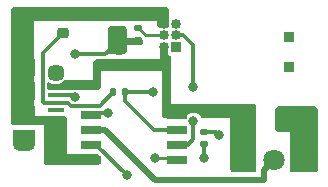
<source format=gtl>
G04 #@! TF.GenerationSoftware,KiCad,Pcbnew,7.0.6*
G04 #@! TF.CreationDate,2023-11-30T23:44:17-05:00*
G04 #@! TF.ProjectId,Interruptor,496e7465-7272-4757-9074-6f722e6b6963,1.0*
G04 #@! TF.SameCoordinates,Original*
G04 #@! TF.FileFunction,Copper,L1,Top*
G04 #@! TF.FilePolarity,Positive*
%FSLAX46Y46*%
G04 Gerber Fmt 4.6, Leading zero omitted, Abs format (unit mm)*
G04 Created by KiCad (PCBNEW 7.0.6) date 2023-11-30 23:44:17*
%MOMM*%
%LPD*%
G01*
G04 APERTURE LIST*
G04 Aperture macros list*
%AMRoundRect*
0 Rectangle with rounded corners*
0 $1 Rounding radius*
0 $2 $3 $4 $5 $6 $7 $8 $9 X,Y pos of 4 corners*
0 Add a 4 corners polygon primitive as box body*
4,1,4,$2,$3,$4,$5,$6,$7,$8,$9,$2,$3,0*
0 Add four circle primitives for the rounded corners*
1,1,$1+$1,$2,$3*
1,1,$1+$1,$4,$5*
1,1,$1+$1,$6,$7*
1,1,$1+$1,$8,$9*
0 Add four rect primitives between the rounded corners*
20,1,$1+$1,$2,$3,$4,$5,0*
20,1,$1+$1,$4,$5,$6,$7,0*
20,1,$1+$1,$6,$7,$8,$9,0*
20,1,$1+$1,$8,$9,$2,$3,0*%
G04 Aperture macros list end*
G04 #@! TA.AperFunction,SMDPad,CuDef*
%ADD10R,1.350000X0.400000*%
G04 #@! TD*
G04 #@! TA.AperFunction,ComponentPad*
%ADD11O,1.900000X1.200000*%
G04 #@! TD*
G04 #@! TA.AperFunction,SMDPad,CuDef*
%ADD12R,1.900000X1.200000*%
G04 #@! TD*
G04 #@! TA.AperFunction,ComponentPad*
%ADD13C,1.450000*%
G04 #@! TD*
G04 #@! TA.AperFunction,SMDPad,CuDef*
%ADD14R,1.900000X1.500000*%
G04 #@! TD*
G04 #@! TA.AperFunction,ComponentPad*
%ADD15R,0.900000X0.900000*%
G04 #@! TD*
G04 #@! TA.AperFunction,SMDPad,CuDef*
%ADD16RoundRect,0.250000X-0.325000X-0.650000X0.325000X-0.650000X0.325000X0.650000X-0.325000X0.650000X0*%
G04 #@! TD*
G04 #@! TA.AperFunction,SMDPad,CuDef*
%ADD17RoundRect,0.135000X-0.185000X0.135000X-0.185000X-0.135000X0.185000X-0.135000X0.185000X0.135000X0*%
G04 #@! TD*
G04 #@! TA.AperFunction,SMDPad,CuDef*
%ADD18RoundRect,0.218750X0.256250X-0.218750X0.256250X0.218750X-0.256250X0.218750X-0.256250X-0.218750X0*%
G04 #@! TD*
G04 #@! TA.AperFunction,SMDPad,CuDef*
%ADD19RoundRect,0.135000X0.185000X-0.135000X0.185000X0.135000X-0.185000X0.135000X-0.185000X-0.135000X0*%
G04 #@! TD*
G04 #@! TA.AperFunction,SMDPad,CuDef*
%ADD20R,1.700000X0.650000*%
G04 #@! TD*
G04 #@! TA.AperFunction,ComponentPad*
%ADD21R,0.850000X0.850000*%
G04 #@! TD*
G04 #@! TA.AperFunction,ComponentPad*
%ADD22O,0.850000X0.850000*%
G04 #@! TD*
G04 #@! TA.AperFunction,SMDPad,CuDef*
%ADD23RoundRect,0.135000X-0.135000X-0.185000X0.135000X-0.185000X0.135000X0.185000X-0.135000X0.185000X0*%
G04 #@! TD*
G04 #@! TA.AperFunction,ComponentPad*
%ADD24C,1.800000*%
G04 #@! TD*
G04 #@! TA.AperFunction,ViaPad*
%ADD25C,0.800000*%
G04 #@! TD*
G04 #@! TA.AperFunction,Conductor*
%ADD26C,0.300000*%
G04 #@! TD*
G04 #@! TA.AperFunction,Conductor*
%ADD27C,0.250000*%
G04 #@! TD*
G04 #@! TA.AperFunction,Conductor*
%ADD28C,0.500000*%
G04 #@! TD*
G04 APERTURE END LIST*
D10*
X135800000Y-95600000D03*
X135800000Y-96250000D03*
X135800000Y-96900000D03*
X135800000Y-97550000D03*
X135800000Y-98200000D03*
D11*
X133100000Y-93400000D03*
D12*
X133100000Y-94000000D03*
D13*
X135800000Y-94400000D03*
D14*
X133100000Y-95900000D03*
X133100000Y-97900000D03*
D13*
X135800000Y-99400000D03*
D12*
X133100000Y-99800000D03*
D11*
X133100000Y-100400000D03*
D15*
X155552500Y-91330000D03*
X155552500Y-93870000D03*
D16*
X152125000Y-98200000D03*
X155075000Y-98200000D03*
D17*
X141200000Y-92580000D03*
X141200000Y-93600000D03*
D18*
X140800000Y-90975000D03*
X140800000Y-89400000D03*
X136400000Y-91000000D03*
X136400000Y-89425000D03*
D19*
X142800000Y-91600000D03*
X142800000Y-90580000D03*
D20*
X138750000Y-97895000D03*
X138750000Y-99165000D03*
X138750000Y-100435000D03*
X138750000Y-101705000D03*
X146050000Y-101705000D03*
X146050000Y-100435000D03*
X146050000Y-99165000D03*
X146050000Y-97895000D03*
D21*
X146000000Y-92200000D03*
D22*
X145000000Y-92200000D03*
X146000000Y-91200000D03*
X145000000Y-91200000D03*
X146000000Y-90200000D03*
X145000000Y-90200000D03*
D17*
X148400000Y-99380000D03*
X148400000Y-100400000D03*
D23*
X140690000Y-96000000D03*
X141710000Y-96000000D03*
D24*
X156800000Y-101700000D03*
X154300000Y-101700000D03*
X151800000Y-101700000D03*
D25*
X137400000Y-92800000D03*
X137400000Y-96400000D03*
X147464063Y-98423063D03*
X144000000Y-96000000D03*
X147400000Y-95600000D03*
X144200000Y-101600000D03*
X140200000Y-97800000D03*
X149600000Y-99600000D03*
X141800000Y-103000000D03*
X148400000Y-101600000D03*
D26*
X140690000Y-96000000D02*
X139540000Y-97150000D01*
X139540000Y-97150000D02*
X137089339Y-97150000D01*
X134725000Y-92675000D02*
X134725000Y-96800000D01*
X134825000Y-96900000D02*
X135800000Y-96900000D01*
X136400000Y-91000000D02*
X134725000Y-92675000D01*
X136839339Y-96900000D02*
X135800000Y-96900000D01*
X134725000Y-96800000D02*
X134825000Y-96900000D01*
X137089339Y-97150000D02*
X136839339Y-96900000D01*
X137400000Y-92800000D02*
X140000000Y-92800000D01*
X137250000Y-96250000D02*
X137400000Y-96400000D01*
X135800000Y-96250000D02*
X137250000Y-96250000D01*
X140000000Y-92800000D02*
X140400000Y-92400000D01*
X147464063Y-98423063D02*
X147464063Y-99935937D01*
X147464063Y-99935937D02*
X146965000Y-100435000D01*
X146965000Y-100435000D02*
X146050000Y-100435000D01*
X144165000Y-99165000D02*
X141710000Y-96710000D01*
X147400000Y-91998960D02*
X146601040Y-91200000D01*
X141710000Y-96000000D02*
X144000000Y-96000000D01*
X147400000Y-95600000D02*
X147400000Y-91998960D01*
X141710000Y-96710000D02*
X141710000Y-96000000D01*
X146050000Y-99165000D02*
X144165000Y-99165000D01*
X146601040Y-91200000D02*
X146000000Y-91200000D01*
D27*
X142800000Y-90580000D02*
X143420000Y-91200000D01*
X145945000Y-101600000D02*
X146050000Y-101705000D01*
X144200000Y-101600000D02*
X145945000Y-101600000D01*
X143420000Y-91200000D02*
X145000000Y-91200000D01*
D26*
X140200000Y-97800000D02*
X138845000Y-97800000D01*
X138845000Y-97800000D02*
X138750000Y-97895000D01*
X149380000Y-99380000D02*
X149600000Y-99600000D01*
X148400000Y-99380000D02*
X149380000Y-99380000D01*
X138750000Y-100435000D02*
X139235000Y-100435000D01*
X139235000Y-100435000D02*
X141800000Y-103000000D01*
X148400000Y-101600000D02*
X148400000Y-100400000D01*
D28*
X153400000Y-102600000D02*
X154300000Y-101700000D01*
X153400000Y-103400000D02*
X153400000Y-102600000D01*
X144200000Y-103400000D02*
X153400000Y-103400000D01*
X139965000Y-99165000D02*
X144200000Y-103400000D01*
X138750000Y-99165000D02*
X139965000Y-99165000D01*
G04 #@! TA.AperFunction,Conductor*
G36*
X141615677Y-90419685D02*
G01*
X141636319Y-90436319D01*
X141763681Y-90563681D01*
X141797166Y-90625004D01*
X141800000Y-90651362D01*
X141800000Y-91400000D01*
X142948638Y-91400000D01*
X143015677Y-91419685D01*
X143036319Y-91436319D01*
X143163681Y-91563681D01*
X143197166Y-91625004D01*
X143200000Y-91651362D01*
X143200000Y-91748638D01*
X143180315Y-91815677D01*
X143163681Y-91836319D01*
X143036319Y-91963681D01*
X142974996Y-91997166D01*
X142948638Y-92000000D01*
X141800000Y-92000000D01*
X141800000Y-92199999D01*
X141800000Y-92548638D01*
X141780315Y-92615677D01*
X141763681Y-92636319D01*
X141636319Y-92763681D01*
X141574996Y-92797166D01*
X141548638Y-92800000D01*
X140451362Y-92800000D01*
X140384323Y-92780315D01*
X140363681Y-92763681D01*
X140236319Y-92636319D01*
X140202834Y-92574996D01*
X140200000Y-92548638D01*
X140200000Y-90651362D01*
X140219685Y-90584323D01*
X140236319Y-90563681D01*
X140363681Y-90436319D01*
X140425004Y-90402834D01*
X140451362Y-90400000D01*
X141548638Y-90400000D01*
X141615677Y-90419685D01*
G37*
G04 #@! TD.AperFunction*
G04 #@! TA.AperFunction,Conductor*
G36*
X152615677Y-97019685D02*
G01*
X152636319Y-97036319D01*
X152763681Y-97163681D01*
X152797166Y-97225004D01*
X152800000Y-97251362D01*
X152800000Y-102548637D01*
X152780315Y-102615676D01*
X152763682Y-102636318D01*
X152636317Y-102763682D01*
X152574997Y-102797166D01*
X152548638Y-102800000D01*
X150851362Y-102800000D01*
X150784323Y-102780315D01*
X150763685Y-102763685D01*
X150636317Y-102636317D01*
X150602834Y-102574995D01*
X150600000Y-102548637D01*
X150600000Y-98400000D01*
X150600000Y-98200000D01*
X150400000Y-98200000D01*
X148214242Y-98200000D01*
X148147203Y-98180315D01*
X148101448Y-98127511D01*
X148098309Y-98119993D01*
X148088881Y-98095133D01*
X147992246Y-97955134D01*
X147864915Y-97842329D01*
X147864912Y-97842326D01*
X147714289Y-97763273D01*
X147549119Y-97722563D01*
X147379007Y-97722563D01*
X147213836Y-97763273D01*
X147063213Y-97842326D01*
X146946701Y-97945547D01*
X146943213Y-97948638D01*
X146935879Y-97955135D01*
X146839246Y-98095130D01*
X146839244Y-98095133D01*
X146839245Y-98095133D01*
X146829825Y-98119971D01*
X146787649Y-98175673D01*
X146722052Y-98199731D01*
X146713884Y-98200000D01*
X145051362Y-98200000D01*
X144984323Y-98180315D01*
X144963681Y-98163681D01*
X144836319Y-98036319D01*
X144802834Y-97974996D01*
X144800000Y-97948638D01*
X144800000Y-97200000D01*
X145600000Y-97200000D01*
X145600000Y-97000000D01*
X145800000Y-97000000D01*
X152548638Y-97000000D01*
X152615677Y-97019685D01*
G37*
G04 #@! TD.AperFunction*
G04 #@! TA.AperFunction,Conductor*
G36*
X134000000Y-98000000D02*
G01*
X134921082Y-98000000D01*
X134971168Y-98010565D01*
X135055009Y-98047585D01*
X135080135Y-98050500D01*
X136519864Y-98050499D01*
X136519879Y-98050497D01*
X136519882Y-98050497D01*
X136544985Y-98047586D01*
X136544986Y-98047585D01*
X136544991Y-98047585D01*
X136544994Y-98047583D01*
X136553992Y-98045136D01*
X136554861Y-98048331D01*
X136607671Y-98041388D01*
X136670871Y-98071179D01*
X136676223Y-98076223D01*
X136763681Y-98163681D01*
X136797166Y-98225004D01*
X136800000Y-98251361D01*
X136800000Y-101200000D01*
X139311534Y-101200000D01*
X139378573Y-101219685D01*
X139399210Y-101236314D01*
X139563683Y-101400787D01*
X139597166Y-101462107D01*
X139600000Y-101488465D01*
X139600000Y-101948638D01*
X139580315Y-102015677D01*
X139563681Y-102036319D01*
X139436319Y-102163681D01*
X139374996Y-102197166D01*
X139348638Y-102200000D01*
X135051362Y-102200000D01*
X134984323Y-102180315D01*
X134963681Y-102163681D01*
X134836319Y-102036319D01*
X134802834Y-101974996D01*
X134800000Y-101948638D01*
X134800000Y-99000000D01*
X134800000Y-98800000D01*
X134600000Y-98800000D01*
X132251362Y-98800000D01*
X132184323Y-98780315D01*
X132163681Y-98763681D01*
X132036319Y-98636319D01*
X132002834Y-98574996D01*
X132000000Y-98548638D01*
X132000000Y-95000000D01*
X134000000Y-95000000D01*
X134000000Y-98000000D01*
G37*
G04 #@! TD.AperFunction*
G04 #@! TA.AperFunction,Conductor*
G36*
X157815677Y-97219685D02*
G01*
X157836319Y-97236319D01*
X157963681Y-97363681D01*
X157997166Y-97425004D01*
X158000000Y-97451362D01*
X158000000Y-102548638D01*
X157980315Y-102615677D01*
X157963681Y-102636319D01*
X157836319Y-102763681D01*
X157774996Y-102797166D01*
X157748638Y-102800000D01*
X155851362Y-102800000D01*
X155784323Y-102780315D01*
X155763681Y-102763681D01*
X155636319Y-102636319D01*
X155602834Y-102574996D01*
X155600000Y-102548638D01*
X155600000Y-99600000D01*
X155600000Y-99400000D01*
X155400000Y-99400000D01*
X154651362Y-99400000D01*
X154584323Y-99380315D01*
X154563681Y-99363681D01*
X154436319Y-99236319D01*
X154402834Y-99174996D01*
X154400000Y-99148638D01*
X154400000Y-97451361D01*
X154419685Y-97384322D01*
X154436310Y-97363689D01*
X154563683Y-97236316D01*
X154625004Y-97202834D01*
X154651362Y-97200000D01*
X157748638Y-97200000D01*
X157815677Y-97219685D01*
G37*
G04 #@! TD.AperFunction*
G04 #@! TA.AperFunction,Conductor*
G36*
X140800000Y-94200000D02*
G01*
X139600000Y-94200000D01*
X139600000Y-94399999D01*
X139600000Y-95548638D01*
X139580315Y-95615677D01*
X139563681Y-95636319D01*
X139436319Y-95763681D01*
X139374996Y-95797166D01*
X139348638Y-95800000D01*
X137447226Y-95800000D01*
X137439127Y-95799469D01*
X137400000Y-95794318D01*
X137360872Y-95799469D01*
X137352774Y-95800000D01*
X135251362Y-95800000D01*
X135184323Y-95780315D01*
X135163680Y-95763680D01*
X135111818Y-95711817D01*
X135078334Y-95650494D01*
X135075500Y-95624137D01*
X135075500Y-95260965D01*
X135095185Y-95193926D01*
X135147989Y-95148171D01*
X135217147Y-95138227D01*
X135272384Y-95160646D01*
X135308892Y-95187171D01*
X135334702Y-95205923D01*
X135402926Y-95236297D01*
X135512429Y-95285051D01*
X135702726Y-95325500D01*
X135897274Y-95325500D01*
X136087571Y-95285051D01*
X136265299Y-95205922D01*
X136422692Y-95091569D01*
X136422697Y-95091564D01*
X136468200Y-95041028D01*
X136527686Y-95004379D01*
X136560350Y-95000000D01*
X138800000Y-95000000D01*
X139000000Y-95000000D01*
X139000000Y-93451361D01*
X139019685Y-93384323D01*
X139036319Y-93363681D01*
X139163681Y-93236319D01*
X139225004Y-93202834D01*
X139251362Y-93200000D01*
X140800000Y-93200000D01*
X140800000Y-94200000D01*
G37*
G04 #@! TD.AperFunction*
G04 #@! TA.AperFunction,Conductor*
G36*
X144800461Y-91898811D02*
G01*
X144837539Y-91911786D01*
X144837543Y-91911786D01*
X144837545Y-91911787D01*
X144837542Y-91911787D01*
X144999996Y-91930091D01*
X145000000Y-91930091D01*
X145000003Y-91930091D01*
X145136616Y-91914698D01*
X145205438Y-91926752D01*
X145256818Y-91974101D01*
X145274500Y-92037918D01*
X145274500Y-92669856D01*
X145274502Y-92669882D01*
X145277413Y-92694987D01*
X145277415Y-92694991D01*
X145322793Y-92797764D01*
X145322794Y-92797765D01*
X145402235Y-92877206D01*
X145505009Y-92922585D01*
X145505011Y-92922585D01*
X145508552Y-92923549D01*
X145512019Y-92925680D01*
X145513542Y-92926353D01*
X145513450Y-92926560D01*
X145568073Y-92960142D01*
X145598361Y-93023106D01*
X145600000Y-93043200D01*
X145600000Y-97200000D01*
X144800000Y-97200000D01*
X144800000Y-94200000D01*
X144600000Y-94200000D01*
X140800000Y-94200000D01*
X140800000Y-93200000D01*
X144600000Y-93200000D01*
X144600000Y-92051361D01*
X144619685Y-91984323D01*
X144636318Y-91963682D01*
X144636318Y-91963681D01*
X144671828Y-91928171D01*
X144733148Y-91894687D01*
X144800461Y-91898811D01*
G37*
G04 #@! TD.AperFunction*
G04 #@! TA.AperFunction,Conductor*
G36*
X145215677Y-88819685D02*
G01*
X145236319Y-88836319D01*
X145363681Y-88963681D01*
X145397166Y-89025004D01*
X145400000Y-89051362D01*
X145400000Y-89995411D01*
X145391942Y-90039382D01*
X145388215Y-90049206D01*
X145388214Y-90049212D01*
X145369906Y-90200000D01*
X145387541Y-90345246D01*
X145376080Y-90414170D01*
X145352126Y-90447873D01*
X145245380Y-90554619D01*
X145184057Y-90588104D01*
X145128024Y-90587335D01*
X145075950Y-90574500D01*
X145075949Y-90574500D01*
X144924051Y-90574500D01*
X144924050Y-90574500D01*
X144835212Y-90596397D01*
X144805537Y-90600000D01*
X144651362Y-90600000D01*
X144584323Y-90580315D01*
X144563681Y-90563681D01*
X144436319Y-90436319D01*
X144402834Y-90374996D01*
X144400000Y-90348638D01*
X144400000Y-90200000D01*
X144400000Y-90000000D01*
X144200000Y-90000000D01*
X134199999Y-90000000D01*
X134000000Y-90000000D01*
X134000000Y-95000000D01*
X132000000Y-95000000D01*
X132000000Y-89051362D01*
X132019685Y-88984323D01*
X132036319Y-88963681D01*
X132163681Y-88836319D01*
X132225004Y-88802834D01*
X132251362Y-88800000D01*
X145148638Y-88800000D01*
X145215677Y-88819685D01*
G37*
G04 #@! TD.AperFunction*
M02*

</source>
